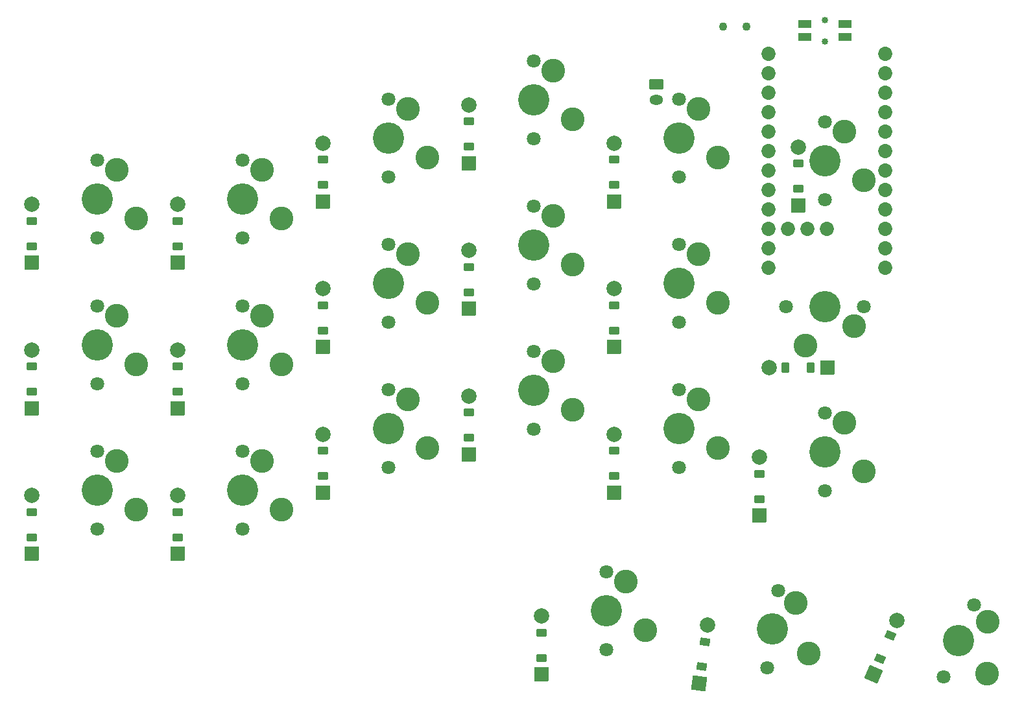
<source format=gbr>
%TF.GenerationSoftware,KiCad,Pcbnew,8.0.6*%
%TF.CreationDate,2024-12-24T11:18:05+01:00*%
%TF.ProjectId,left,6c656674-2e6b-4696-9361-645f70636258,v1.0.0*%
%TF.SameCoordinates,Original*%
%TF.FileFunction,Soldermask,Top*%
%TF.FilePolarity,Negative*%
%FSLAX46Y46*%
G04 Gerber Fmt 4.6, Leading zero omitted, Abs format (unit mm)*
G04 Created by KiCad (PCBNEW 8.0.6) date 2024-12-24 11:18:05*
%MOMM*%
%LPD*%
G01*
G04 APERTURE LIST*
G04 Aperture macros list*
%AMRoundRect*
0 Rectangle with rounded corners*
0 $1 Rounding radius*
0 $2 $3 $4 $5 $6 $7 $8 $9 X,Y pos of 4 corners*
0 Add a 4 corners polygon primitive as box body*
4,1,4,$2,$3,$4,$5,$6,$7,$8,$9,$2,$3,0*
0 Add four circle primitives for the rounded corners*
1,1,$1+$1,$2,$3*
1,1,$1+$1,$4,$5*
1,1,$1+$1,$6,$7*
1,1,$1+$1,$8,$9*
0 Add four rect primitives between the rounded corners*
20,1,$1+$1,$2,$3,$4,$5,0*
20,1,$1+$1,$4,$5,$6,$7,0*
20,1,$1+$1,$6,$7,$8,$9,0*
20,1,$1+$1,$8,$9,$2,$3,0*%
G04 Aperture macros list end*
%ADD10C,1.100000*%
%ADD11RoundRect,0.050000X0.889000X-0.889000X0.889000X0.889000X-0.889000X0.889000X-0.889000X-0.889000X0*%
%ADD12RoundRect,0.050000X0.600000X-0.450000X0.600000X0.450000X-0.600000X0.450000X-0.600000X-0.450000X0*%
%ADD13C,2.005000*%
%ADD14C,1.801800*%
%ADD15C,3.100000*%
%ADD16C,4.087800*%
%ADD17RoundRect,0.050000X0.470969X-1.165689X1.165689X0.470969X-0.470969X1.165689X-1.165689X-0.470969X0*%
%ADD18RoundRect,0.050000X0.376474X-0.648666X0.728132X0.179789X-0.376474X0.648666X-0.728132X-0.179789X0*%
%ADD19RoundRect,0.050000X0.756623X-1.004073X1.004073X0.756623X-0.756623X1.004073X-1.004073X-0.756623X0*%
%ADD20RoundRect,0.050000X0.531533X-0.529124X0.656789X0.362117X-0.531533X0.529124X-0.656789X-0.362117X0*%
%ADD21RoundRect,0.050000X-0.850000X0.600000X-0.850000X-0.600000X0.850000X-0.600000X0.850000X0.600000X0*%
%ADD22O,1.800000X1.300000*%
%ADD23C,1.852600*%
%ADD24C,0.850000*%
%ADD25RoundRect,0.050000X-0.775000X-0.500000X0.775000X-0.500000X0.775000X0.500000X-0.775000X0.500000X0*%
%ADD26RoundRect,0.050000X0.889000X0.889000X-0.889000X0.889000X-0.889000X-0.889000X0.889000X-0.889000X0*%
%ADD27RoundRect,0.050000X0.450000X0.600000X-0.450000X0.600000X-0.450000X-0.600000X0.450000X-0.600000X0*%
G04 APERTURE END LIST*
D10*
%TO.C,T1*%
X131750000Y-99500000D03*
X134750000Y-99500000D03*
%TD*%
D11*
%TO.C,D4*%
X60500000Y-168310000D03*
D12*
X60500000Y-166150000D03*
X60500000Y-162850000D03*
D13*
X60500000Y-160690000D03*
%TD*%
D11*
%TO.C,D5*%
X60500000Y-149310000D03*
D12*
X60500000Y-147150000D03*
X60500000Y-143850000D03*
D13*
X60500000Y-141690000D03*
%TD*%
D14*
%TO.C,S13*%
X126000000Y-146920000D03*
D15*
X128540000Y-148190000D03*
D16*
X126000000Y-152000000D03*
D15*
X131080000Y-154540000D03*
D14*
X126000000Y-157080000D03*
%TD*%
D17*
%TO.C,D19*%
X151389326Y-184007308D03*
D18*
X152233307Y-182019018D03*
X153522719Y-178981352D03*
D13*
X154366700Y-176993062D03*
%TD*%
D14*
%TO.C,S17*%
X145000000Y-111920000D03*
D15*
X147540000Y-113190000D03*
D16*
X145000000Y-117000000D03*
D15*
X150080000Y-119540000D03*
D14*
X145000000Y-122080000D03*
%TD*%
%TO.C,S8*%
X88000000Y-127920000D03*
D15*
X90540000Y-129190000D03*
D16*
X88000000Y-133000000D03*
D15*
X93080000Y-135540000D03*
D14*
X88000000Y-138080000D03*
%TD*%
D11*
%TO.C,D10*%
X98500000Y-155310000D03*
D12*
X98500000Y-153150000D03*
X98500000Y-149850000D03*
D13*
X98500000Y-147690000D03*
%TD*%
D14*
%TO.C,S19*%
X138899457Y-173117493D03*
D15*
X141237988Y-174728633D03*
D16*
X138192458Y-178148055D03*
D15*
X142869520Y-181370335D03*
D14*
X137485459Y-183178617D03*
%TD*%
%TO.C,S1*%
X50000000Y-154920000D03*
D15*
X52540000Y-156190000D03*
D16*
X50000000Y-160000000D03*
D15*
X55080000Y-162540000D03*
D14*
X50000000Y-165080000D03*
%TD*%
D19*
%TO.C,D18*%
X128618650Y-185194211D03*
D20*
X128919265Y-183055232D03*
X129378537Y-179787348D03*
D13*
X129679152Y-177648369D03*
%TD*%
D14*
%TO.C,S9*%
X88000000Y-108920000D03*
D15*
X90540000Y-110190000D03*
D16*
X88000000Y-114000000D03*
D15*
X93080000Y-116540000D03*
D14*
X88000000Y-119080000D03*
%TD*%
%TO.C,S14*%
X126000000Y-127920000D03*
D15*
X128540000Y-129190000D03*
D16*
X126000000Y-133000000D03*
D15*
X131080000Y-135540000D03*
D14*
X126000000Y-138080000D03*
%TD*%
D11*
%TO.C,D8*%
X79500000Y-141310000D03*
D12*
X79500000Y-139150000D03*
X79500000Y-135850000D03*
D13*
X79500000Y-133690000D03*
%TD*%
D14*
%TO.C,S12*%
X107000000Y-103920000D03*
D15*
X109540000Y-105190000D03*
D16*
X107000000Y-109000000D03*
D15*
X112080000Y-111540000D03*
D14*
X107000000Y-114080000D03*
%TD*%
%TO.C,S10*%
X107000000Y-141920000D03*
D15*
X109540000Y-143190000D03*
D16*
X107000000Y-147000000D03*
D15*
X112080000Y-149540000D03*
D14*
X107000000Y-152080000D03*
%TD*%
D11*
%TO.C,D21*%
X141500000Y-122810000D03*
D12*
X141500000Y-120650000D03*
X141500000Y-117350000D03*
D13*
X141500000Y-115190000D03*
%TD*%
D11*
%TO.C,D6*%
X60500000Y-130310000D03*
D12*
X60500000Y-128150000D03*
X60500000Y-124850000D03*
D13*
X60500000Y-122690000D03*
%TD*%
D21*
%TO.C,JST1*%
X123000000Y-107000000D03*
D22*
X123000000Y-109000000D03*
%TD*%
D14*
%TO.C,S11*%
X107000000Y-122920000D03*
D15*
X109540000Y-124190000D03*
D16*
X107000000Y-128000000D03*
D15*
X112080000Y-130540000D03*
D14*
X107000000Y-133080000D03*
%TD*%
D11*
%TO.C,D11*%
X98500000Y-136310000D03*
D12*
X98500000Y-134150000D03*
X98500000Y-130850000D03*
D13*
X98500000Y-128690000D03*
%TD*%
D11*
%TO.C,D1*%
X41500000Y-168310000D03*
D12*
X41500000Y-166150000D03*
X41500000Y-162850000D03*
D13*
X41500000Y-160690000D03*
%TD*%
D14*
%TO.C,S2*%
X50000000Y-135920000D03*
D15*
X52540000Y-137190000D03*
D16*
X50000000Y-141000000D03*
D15*
X55080000Y-143540000D03*
D14*
X50000000Y-146080000D03*
%TD*%
D11*
%TO.C,D3*%
X41500000Y-130310000D03*
D12*
X41500000Y-128150000D03*
X41500000Y-124850000D03*
D13*
X41500000Y-122690000D03*
%TD*%
D11*
%TO.C,D14*%
X117500000Y-141310000D03*
D12*
X117500000Y-139150000D03*
X117500000Y-135850000D03*
D13*
X117500000Y-133690000D03*
%TD*%
D11*
%TO.C,D7*%
X79500000Y-160310000D03*
D12*
X79500000Y-158150000D03*
X79500000Y-154850000D03*
D13*
X79500000Y-152690000D03*
%TD*%
D11*
%TO.C,D17*%
X108000000Y-184060000D03*
D12*
X108000000Y-181900000D03*
X108000000Y-178600000D03*
D13*
X108000000Y-176440000D03*
%TD*%
D23*
%TO.C,MCU1*%
X137680000Y-103030000D03*
X137680000Y-105570000D03*
X137680000Y-108110000D03*
X137680000Y-110650000D03*
X137680000Y-113190000D03*
X137680000Y-115730000D03*
X137680000Y-118270000D03*
X137680000Y-120810000D03*
X137680000Y-123350000D03*
X137680000Y-125890000D03*
X137680000Y-128430000D03*
X137680000Y-130970000D03*
X152920000Y-130970000D03*
X152920000Y-128430000D03*
X152920000Y-125890000D03*
X152920000Y-123350000D03*
X152920000Y-120810000D03*
X152920000Y-118270000D03*
X152920000Y-115730000D03*
X152920000Y-113190000D03*
X152920000Y-110650000D03*
X152920000Y-108110000D03*
X152920000Y-105570000D03*
X152920000Y-103030000D03*
X140220000Y-125890000D03*
X142760000Y-125890000D03*
X145300000Y-125890000D03*
%TD*%
D14*
%TO.C,S21*%
X150080000Y-136000000D03*
D15*
X148810000Y-138540000D03*
D16*
X145000000Y-136000000D03*
D15*
X142460000Y-141080000D03*
D14*
X139920000Y-136000000D03*
%TD*%
D24*
%TO.C,B1*%
X145000000Y-98625000D03*
X145000000Y-101375000D03*
D25*
X142375000Y-99150000D03*
X147625000Y-99150000D03*
X142375000Y-100850000D03*
X147625000Y-100850000D03*
%TD*%
D11*
%TO.C,D16*%
X136500000Y-163310000D03*
D12*
X136500000Y-161150000D03*
X136500000Y-157850000D03*
D13*
X136500000Y-155690000D03*
%TD*%
D11*
%TO.C,D9*%
X79500000Y-122310000D03*
D12*
X79500000Y-120150000D03*
X79500000Y-116850000D03*
D13*
X79500000Y-114690000D03*
%TD*%
D14*
%TO.C,S20*%
X164445508Y-175002963D03*
D15*
X166287362Y-177164462D03*
D16*
X162460594Y-179679128D03*
D15*
X166144302Y-184002124D03*
D14*
X160475680Y-184355293D03*
%TD*%
%TO.C,S4*%
X69000000Y-154920000D03*
D15*
X71540000Y-156190000D03*
D16*
X69000000Y-160000000D03*
D15*
X74080000Y-162540000D03*
D14*
X69000000Y-165080000D03*
%TD*%
D11*
%TO.C,D15*%
X117500000Y-122310000D03*
D12*
X117500000Y-120150000D03*
X117500000Y-116850000D03*
D13*
X117500000Y-114690000D03*
%TD*%
D14*
%TO.C,S6*%
X69000000Y-116920000D03*
D15*
X71540000Y-118190000D03*
D16*
X69000000Y-122000000D03*
D15*
X74080000Y-124540000D03*
D14*
X69000000Y-127080000D03*
%TD*%
%TO.C,S15*%
X126000000Y-108920000D03*
D15*
X128540000Y-110190000D03*
D16*
X126000000Y-114000000D03*
D15*
X131080000Y-116540000D03*
D14*
X126000000Y-119080000D03*
%TD*%
%TO.C,S5*%
X69000000Y-135920000D03*
D15*
X71540000Y-137190000D03*
D16*
X69000000Y-141000000D03*
D15*
X74080000Y-143540000D03*
D14*
X69000000Y-146080000D03*
%TD*%
D11*
%TO.C,D2*%
X41500000Y-149310000D03*
D12*
X41500000Y-147150000D03*
X41500000Y-143850000D03*
D13*
X41500000Y-141690000D03*
%TD*%
D14*
%TO.C,S18*%
X116500000Y-170670000D03*
D15*
X119040000Y-171940000D03*
D16*
X116500000Y-175750000D03*
D15*
X121580000Y-178290000D03*
D14*
X116500000Y-180830000D03*
%TD*%
D11*
%TO.C,D12*%
X98500000Y-117310000D03*
D12*
X98500000Y-115150000D03*
X98500000Y-111850000D03*
D13*
X98500000Y-109690000D03*
%TD*%
D11*
%TO.C,D13*%
X117500000Y-160310000D03*
D12*
X117500000Y-158150000D03*
X117500000Y-154850000D03*
D13*
X117500000Y-152690000D03*
%TD*%
D14*
%TO.C,S7*%
X88000000Y-146920000D03*
D15*
X90540000Y-148190000D03*
D16*
X88000000Y-152000000D03*
D15*
X93080000Y-154540000D03*
D14*
X88000000Y-157080000D03*
%TD*%
D26*
%TO.C,D20*%
X145310000Y-144000000D03*
D27*
X143150000Y-144000000D03*
X139850000Y-144000000D03*
D13*
X137690000Y-144000000D03*
%TD*%
D14*
%TO.C,S16*%
X145000000Y-149920000D03*
D15*
X147540000Y-151190000D03*
D16*
X145000000Y-155000000D03*
D15*
X150080000Y-157540000D03*
D14*
X145000000Y-160080000D03*
%TD*%
%TO.C,S3*%
X50000000Y-116920000D03*
D15*
X52540000Y-118190000D03*
D16*
X50000000Y-122000000D03*
D15*
X55080000Y-124540000D03*
D14*
X50000000Y-127080000D03*
%TD*%
M02*

</source>
